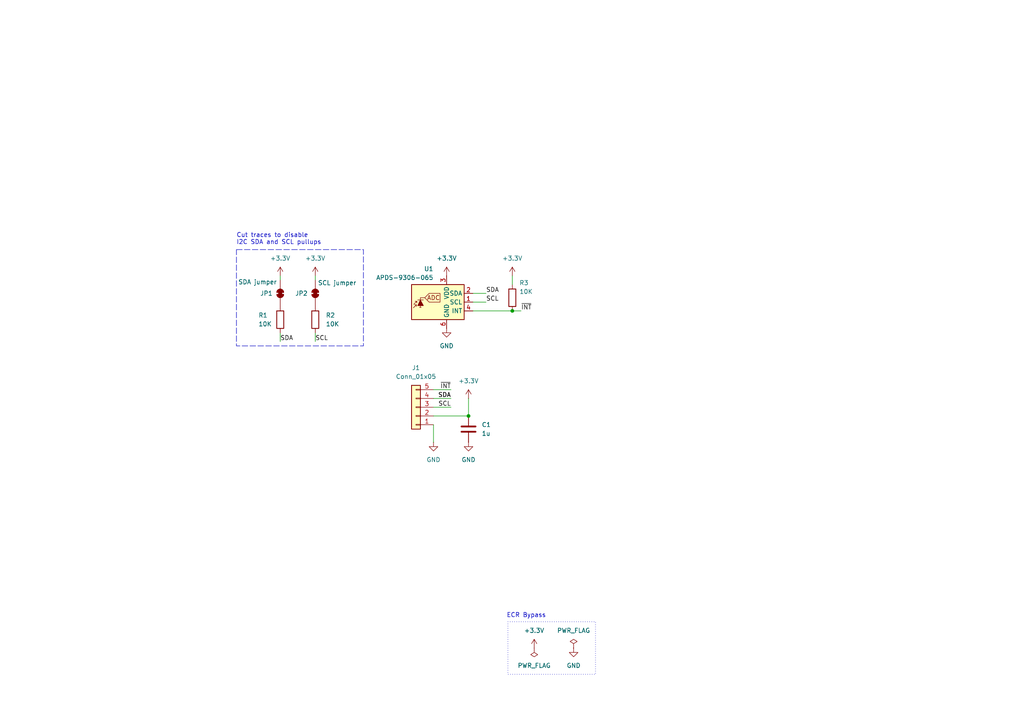
<source format=kicad_sch>
(kicad_sch (version 20231120) (generator "eeschema") (generator_version "8.0")
  (paper "A4")
  (title_block (title "APDS9306-65 Ambient Light Sensor") (date "2024-08-03") (rev "1.0") (company "Tweaklogic") (comment 2 "Designer: Subhajit Ghosh (subhajit.ghosh@tweaklogic.com)") (comment 3 "tweaklogic and tweaklogic logo are registered trademarks of Tweaklogic Pty Ltd.") (comment 4 "License: https://creativecommons.org/licenses/by/4.0/"))
  (lib_symbols
    (symbol "Connector_Generic:Conn_01x05" (pin_names (offset 1.016) hide)
      (property "Reference" "J" (at 0 7.62 0))
      (property "Value" "Conn_01x05" (at 0 -7.62 0))
      (symbol "Conn_01x05_1_1"
        (rectangle (start -1.27 -4.953) (end 0 -5.207) (stroke (width 0.1524)))
        (rectangle (start -1.27 -2.413) (end 0 -2.667) (stroke (width 0.1524)))
        (rectangle (start -1.27 0.127) (end 0 -0.127) (stroke (width 0.1524)))
        (rectangle (start -1.27 2.667) (end 0 2.413) (stroke (width 0.1524)))
        (rectangle (start -1.27 5.207) (end 0 4.953) (stroke (width 0.1524)))
        (rectangle (start -1.27 6.35) (end 1.27 -6.35) (stroke (width 0.254)) (fill (type background)))
        (pin passive line (at -5.08 5.08 0) (length 3.81) (name "Pin_1") (number "1"))
        (pin passive line (at -5.08 2.54 0) (length 3.81) (name "Pin_2") (number "2"))
        (pin passive line (at -5.08 0 0) (length 3.81) (name "Pin_3") (number "3"))
        (pin passive line (at -5.08 -2.54 0) (length 3.81) (name "Pin_4") (number "4"))
        (pin passive line (at -5.08 -5.08 0) (length 3.81) (name "Pin_5") (number "5"))
      )
    )
    (symbol "Device:C" (pin_numbers hide) (pin_names (offset 0.254))
      (property "Reference" "C" (at 0.635 2.54 0))
      (property "Value" "C" (at 0.635 -2.54 0))
      (symbol "C_0_1"
        (polyline (pts (xy -2.032 -0.762) (xy 2.032 -0.762)) (stroke (width 0.508)))
        (polyline (pts (xy -2.032 0.762) (xy 2.032 0.762)) (stroke (width 0.508)))
      )
      (symbol "C_1_1"
        (pin passive line (at 0 3.81 270) (length 2.794) (name "~") (number "1"))
        (pin passive line (at 0 -3.81 90) (length 2.794) (name "~") (number "2"))
      )
    )
    (symbol "Device:R" (pin_numbers hide) (pin_names (offset 0))
      (property "Reference" "R" (at 2.032 0 90))
      (property "Value" "R" (at 0 0 90))
      (symbol "R_0_1"
        (rectangle (start -1.016 -2.54) (end 1.016 2.54) (stroke (width 0.254)))
      )
      (symbol "R_1_1"
        (pin passive line (at 0 3.81 270) (length 1.27) (name "~") (number "1"))
        (pin passive line (at 0 -3.81 90) (length 1.27) (name "~") (number "2"))
      )
    )
    (symbol "Jumper:SolderJumper_2_Bridged" (pin_numbers hide) (pin_names (offset 0) hide) (exclude_from_sim yes) (in_bom no)
      (property "Reference" "JP" (at 0 2.032 0))
      (property "Value" "SolderJumper_2_Bridged" (at 0 -2.54 0))
      (symbol "SolderJumper_2_Bridged_0_1"
        (rectangle (start -0.508 0.508) (end 0.508 -0.508) (fill (type outline)))
        (arc (start -0.254 1.016) (mid -1.2656 0) (end -0.254 -1.016))
        (arc (start -0.254 1.016) (mid -1.2656 0) (end -0.254 -1.016) (fill (type outline)))
        (polyline (pts (xy -0.254 1.016) (xy -0.254 -1.016)))
        (polyline (pts (xy 0.254 1.016) (xy 0.254 -1.016)))
        (arc (start 0.254 -1.016) (mid 1.2656 0) (end 0.254 1.016))
        (arc (start 0.254 -1.016) (mid 1.2656 0) (end 0.254 1.016) (fill (type outline)))
      )
      (symbol "SolderJumper_2_Bridged_1_1"
        (pin passive line (at -3.81 0 0) (length 2.54) (name "A") (number "1"))
        (pin passive line (at 3.81 0 180) (length 2.54) (name "B") (number "2"))
      )
    )
    (symbol "Sensor_Optical:APDS-9306-065"
      (property "Reference" "U" (at -6.35 6.35 0))
      (property "Value" "APDS-9306-065" (at 3.81 6.35 0))
      (symbol "APDS-9306-065_0_0"
        (polyline (pts (xy -3.81 1.27) (xy -2.54 2.54) (xy 0.635 2.54) (xy 0.635 0) (xy -2.54 0) (xy -3.81 1.27)))
        (text "ADC" (at -1.27 1.27 0) (effects (font (size 1.27 1.27))))
      )
      (symbol "APDS-9306-065_0_1"
        (rectangle (start -7.62 5.08) (end 7.62 -5.08) (stroke (width 0.254)) (fill (type background)))
      )
      (symbol "APDS-9306-065_1_0"
        (polyline (pts (xy -5.08 -1.524) (xy -5.08 1.27) (xy -3.81 1.27)))
      )
      (symbol "APDS-9306-065_1_1"
        (polyline (pts (xy -6.223 -0.762) (xy -7.112 -1.651)))
        (polyline (pts (xy -6.223 -0.762) (xy -6.731 -0.762)))
        (polyline (pts (xy -6.223 -0.762) (xy -6.223 -1.27)))
        (polyline (pts (xy -6.096 0.254) (xy -6.985 -0.635)))
        (polyline (pts (xy -6.096 0.254) (xy -6.604 0.254)))
        (polyline (pts (xy -6.096 0.254) (xy -6.096 -0.254)))
        (polyline (pts (xy -5.842 0.635) (xy -4.191 0.635)))
        (polyline (pts (xy -4.826 -1.524) (xy -5.334 -1.524)))
        (polyline (pts (xy -5.842 -1.016) (xy -4.191 -1.016) (xy -5.08 0.635) (xy -5.842 -1.016)) (fill (type outline)))
        (pin input line (at 10.16 0 180) (length 2.54) (name "SCL") (number "1"))
        (pin bidirectional line (at 10.16 2.54 180) (length 2.54) (name "SDA") (number "2"))
        (pin power_in line (at 2.54 7.62 270) (length 2.54) (name "VDD") (number "3"))
        (pin open_collector line (at 10.16 -2.54 180) (length 2.54) (name "INT") (number "4"))
        (pin no_connect line (at -7.62 2.54 0) (length 2.54) hide (name "NC") (number "5"))
        (pin power_in line (at 2.54 -7.62 90) (length 2.54) (name "GND") (number "6"))
      )
    )
    (symbol "power:+3.3V" (power) (pin_numbers hide) (pin_names (offset 0) hide)
      (property "Value" "+3.3V" (at 0 3.556 0))
      (symbol "+3.3V_0_1"
        (polyline (pts (xy -0.762 1.27) (xy 0 2.54)))
        (polyline (pts (xy 0 0) (xy 0 2.54)))
        (polyline (pts (xy 0 2.54) (xy 0.762 1.27)))
      )
      (symbol "+3.3V_1_1"
        (pin power_in line (at 0 0 90) (length 0) (name "~") (number "1"))
      )
    )
    (symbol "power:GND" (power) (pin_numbers hide) (pin_names (offset 0) hide)
      (property "Value" "GND" (at 0 -3.81 0))
      (symbol "GND_0_1"
        (polyline (pts (xy 0 0) (xy 0 -1.27) (xy 1.27 -1.27) (xy 0 -2.54) (xy -1.27 -1.27) (xy 0 -1.27)))
      )
      (symbol "GND_1_1"
        (pin power_in line (at 0 0 270) (length 0) (name "~") (number "1"))
      )
    )
    (symbol "power:PWR_FLAG" (power) (pin_numbers hide) (pin_names (offset 0) hide)
      (property "Value" "PWR_FLAG" (at 0 3.81 0))
      (symbol "PWR_FLAG_0_0"
        (pin power_out line (at 0 0 90) (length 0) (name "~") (number "1"))
      )
      (symbol "PWR_FLAG_0_1"
        (polyline (pts (xy 0 0) (xy 0 1.27) (xy -1.016 1.905) (xy 0 2.54) (xy 1.016 1.905) (xy 0 1.27)))
      )
    )
  )
  (junction (at 135.89 120.65))
  (junction (at 148.59 90.17))
  (wire (pts (xy 91.44 80.01) (xy 91.44 81.28)))
  (wire (pts (xy 130.81 118.11) (xy 125.73 118.11)))
  (wire (pts (xy 137.16 87.63) (xy 140.97 87.63)))
  (wire (pts (xy 130.81 113.03) (xy 125.73 113.03)))
  (wire (pts (xy 125.73 120.65) (xy 135.89 120.65)))
  (wire (pts (xy 148.59 80.01) (xy 148.59 82.55)))
  (wire (pts (xy 137.16 90.17) (xy 148.59 90.17)))
  (wire (pts (xy 81.28 96.52) (xy 81.28 99.06)))
  (wire (pts (xy 81.28 80.01) (xy 81.28 81.28)))
  (wire (pts (xy 91.44 96.52) (xy 91.44 99.06)))
  (wire (pts (xy 125.73 128.27) (xy 125.73 123.19)))
  (wire (pts (xy 148.59 90.17) (xy 151.13 90.17)))
  (wire (pts (xy 135.89 115.57) (xy 135.89 120.65)))
  (wire (pts (xy 130.81 115.57) (xy 125.73 115.57)))
  (wire (pts (xy 137.16 85.09) (xy 140.97 85.09)))
  (rectangle (start 147.32 180.34) (end 172.72 195.58) (stroke (width 0) (type dot)))
  (rectangle (start 68.58 72.39) (end 105.41 100.33) (stroke (width 0) (type dash)))
  (text "Cut traces to disable\nI2C SDA and SCL pullups" (at 68.58 69.342 0) (effects (font (size 1.27 1.27)) (justify left)))
  (text "ECR Bypass" (at 152.654 178.562 0) (effects (font (size 1.27 1.27))))
  (label "SDA" (at 140.97 85.09 0))
  (label "~{INT}" (at 130.81 113.03 180))
  (label "SCL" (at 140.97 87.63 0))
  (label "SDA" (at 130.81 115.57 180))
  (label "SCL" (at 130.81 118.11 180))
  (label "SDA" (at 130.81 115.57 180))
  (label "~{INT}" (at 151.13 90.17 0))
  (label "SCL" (at 91.44 99.06 0))
  (label "SDA" (at 81.28 99.06 0))
  (symbol (lib_id "Sensor_Optical:APDS-9306-065") (at 127 87.63 0) (unit 1)
    (property "Reference" "U1" (at 125.73 77.978 0) (effects (justify right)))
    (property "Value" "APDS-9306-065" (at 125.73 80.518 0) (effects (justify right)))
    (property "Footprint" "OptoDevice:Broadcom_DFN-6_2x2mm_P0.65mm" (effects (hide yes)))
    (property "Datasheet" "https://docs.broadcom.com/docs/AV02-4755EN" (effects (hide yes)))
    (property "Description" "Ambient Light Sensor, I2C interface, 1.7-3.6V, DFN-6" (effects (hide yes)))
  )
  (symbol (lib_id "Connector_Generic:Conn_01x05") (at 120.65 118.11 180) (unit 1)
    (property "Reference" "J1" (at 120.65 106.68 0))
    (property "Value" "Conn_01x05" (at 120.65 109.22 0))
    (property "Footprint" "Connector_PinHeader_2.54mm:PinHeader_1x05_P2.54mm_Horizontal" (effects (hide yes)))
    (property "Description" "Generic connector, single row, 01x05, script generated (kicad-library-utils/schlib/autogen/connector/)" (effects (hide yes)))
  )
  (symbol (lib_id "Device:C") (at 135.89 124.46 0) (unit 1)
    (property "Reference" "C1" (at 139.7 123.1899 0) (effects (justify left)))
    (property "Value" "1u" (at 139.7 125.7299 0) (effects (justify left)))
    (property "Footprint" "Capacitor_SMD:C_0402_1005Metric" (effects (hide yes)))
    (property "Description" "Unpolarized capacitor" (effects (hide yes)))
  )
  (symbol (lib_id "power:+3.3V") (at 135.89 115.57 0) (unit 1)
    (property "Reference" "#PWR05" (effects (hide yes)))
    (property "Value" "+3.3V" (at 135.89 110.49 0))
    (property "Description" "Power symbol creates a global label with name \"+3.3V\"" (effects (hide yes)))
  )
  (symbol (lib_id "power:PWR_FLAG") (at 166.37 187.96 0) (unit 1)
    (property "Reference" "#FLG02" (effects (hide yes)))
    (property "Value" "PWR_FLAG" (at 166.37 182.88 0))
    (property "Description" "Special symbol for telling ERC where power comes from" (effects (hide yes)))
  )
  (symbol (lib_id "Jumper:SolderJumper_2_Bridged") (at 91.44 85.09 90) (unit 1) (exclude_from_sim yes) (in_bom no)
    (property "Reference" "JP2" (at 85.598 85.09 90) (effects (justify right)))
    (property "Value" "SCL jumper" (at 92.202 82.042 90) (effects (justify right)))
    (property "Footprint" "Jumper:SolderJumper-2_P1.3mm_Bridged_Pad1.0x1.5mm" (effects (hide yes)))
    (property "Description" "Solder Jumper, 2-pole, closed/bridged" (effects (hide yes)))
  )
  (symbol (lib_id "power:+3.3V") (at 81.28 80.01 0) (unit 1)
    (property "Reference" "#PWR01" (effects (hide yes)))
    (property "Value" "+3.3V" (at 81.28 74.93 0))
    (property "Description" "Power symbol creates a global label with name \"+3.3V\"" (effects (hide yes)))
  )
  (symbol (lib_id "power:GND") (at 166.37 187.96 0) (unit 1)
    (property "Reference" "#PWR010" (effects (hide yes)))
    (property "Value" "GND" (at 166.37 193.04 0))
    (property "Description" "Power symbol creates a global label with name \"GND\" , ground" (effects (hide yes)))
  )
  (symbol (lib_id "power:GND") (at 129.54 95.25 0) (unit 1)
    (property "Reference" "#PWR04" (effects (hide yes)))
    (property "Value" "GND" (at 129.54 100.33 0))
    (property "Description" "Power symbol creates a global label with name \"GND\" , ground" (effects (hide yes)))
  )
  (symbol (lib_id "power:GND") (at 135.89 128.27 0) (unit 1)
    (property "Reference" "#PWR06" (effects (hide yes)))
    (property "Value" "GND" (at 135.89 133.35 0))
    (property "Description" "Power symbol creates a global label with name \"GND\" , ground" (effects (hide yes)))
  )
  (symbol (lib_id "Device:R") (at 91.44 92.71 0) (unit 1)
    (property "Reference" "R2" (at 94.488 91.44 0) (effects (justify left)))
    (property "Value" "10K" (at 94.488 93.98 0) (effects (justify left)))
    (property "Footprint" "Resistor_SMD:R_0402_1005Metric" (effects (hide yes)))
    (property "Description" "Resistor" (effects (hide yes)))
  )
  (symbol (lib_id "power:+3.3V") (at 154.94 187.96 0) (unit 1)
    (property "Reference" "#PWR09" (effects (hide yes)))
    (property "Value" "+3.3V" (at 154.94 182.88 0))
    (property "Description" "Power symbol creates a global label with name \"+3.3V\"" (effects (hide yes)))
  )
  (symbol (lib_id "power:+3.3V") (at 148.59 80.01 0) (unit 1)
    (property "Reference" "#PWR08" (effects (hide yes)))
    (property "Value" "+3.3V" (at 148.59 74.93 0))
    (property "Description" "Power symbol creates a global label with name \"+3.3V\"" (effects (hide yes)))
  )
  (symbol (lib_id "power:+3.3V") (at 129.54 80.01 0) (unit 1)
    (property "Reference" "#PWR03" (effects (hide yes)))
    (property "Value" "+3.3V" (at 129.54 74.93 0))
    (property "Description" "Power symbol creates a global label with name \"+3.3V\"" (effects (hide yes)))
  )
  (symbol (lib_id "Device:R") (at 148.59 86.36 0) (unit 1)
    (property "Reference" "R3" (at 150.622 82.042 0) (effects (justify left)))
    (property "Value" "10K" (at 150.622 84.582 0) (effects (justify left)))
    (property "Footprint" "Resistor_SMD:R_0402_1005Metric" (effects (hide yes)))
    (property "Description" "Resistor" (effects (hide yes)))
  )
  (symbol (lib_id "power:+3.3V") (at 91.44 80.01 0) (unit 1)
    (property "Reference" "#PWR02" (effects (hide yes)))
    (property "Value" "+3.3V" (at 91.44 74.93 0))
    (property "Description" "Power symbol creates a global label with name \"+3.3V\"" (effects (hide yes)))
  )
  (symbol (lib_id "power:PWR_FLAG") (at 154.94 187.96 180) (unit 1)
    (property "Reference" "#FLG01" (effects (hide yes)))
    (property "Value" "PWR_FLAG" (at 154.94 193.04 0))
    (property "Description" "Special symbol for telling ERC where power comes from" (effects (hide yes)))
  )
  (symbol (lib_id "Device:R") (at 81.28 92.71 0) (unit 1)
    (property "Reference" "R1" (at 74.93 91.44 0) (effects (justify left)))
    (property "Value" "10K" (at 74.93 93.98 0) (effects (justify left)))
    (property "Footprint" "Resistor_SMD:R_0402_1005Metric" (effects (hide yes)))
    (property "Description" "Resistor" (effects (hide yes)))
  )
  (symbol (lib_id "power:GND") (at 125.73 128.27 0) (unit 1)
    (property "Reference" "#PWR07" (effects (hide yes)))
    (property "Value" "GND" (at 125.73 133.35 0))
    (property "Description" "Power symbol creates a global label with name \"GND\" , ground" (effects (hide yes)))
  )
  (symbol (lib_id "Jumper:SolderJumper_2_Bridged") (at 81.28 85.09 90) (unit 1) (exclude_from_sim yes) (in_bom no)
    (property "Reference" "JP1" (at 75.438 85.09 90) (effects (justify right)))
    (property "Value" "SDA jumper" (at 69.088 81.788 90) (effects (justify right)))
    (property "Footprint" "Jumper:SolderJumper-2_P1.3mm_Bridged_Pad1.0x1.5mm" (effects (hide yes)))
    (property "Description" "Solder Jumper, 2-pole, closed/bridged" (effects (hide yes)))
  )
)
</source>
